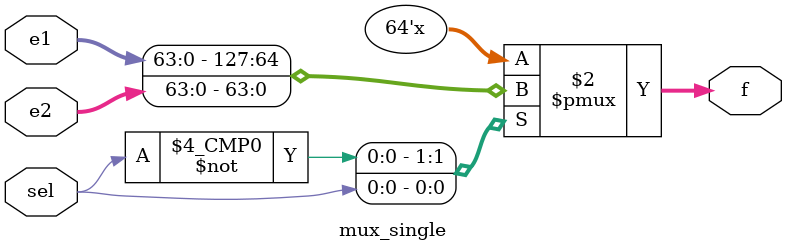
<source format=sv>
module mux_single(
	input logic sel,
	input logic [63:0] e1,
	input logic [63:0] e2,
	output logic [63:0] f
);

always_comb begin
	case(sel)
		1'b0: begin
			f = e1;
		end

		1'b1: begin
			f = e2;
		end
	endcase 
end

endmodule: mux_single
</source>
